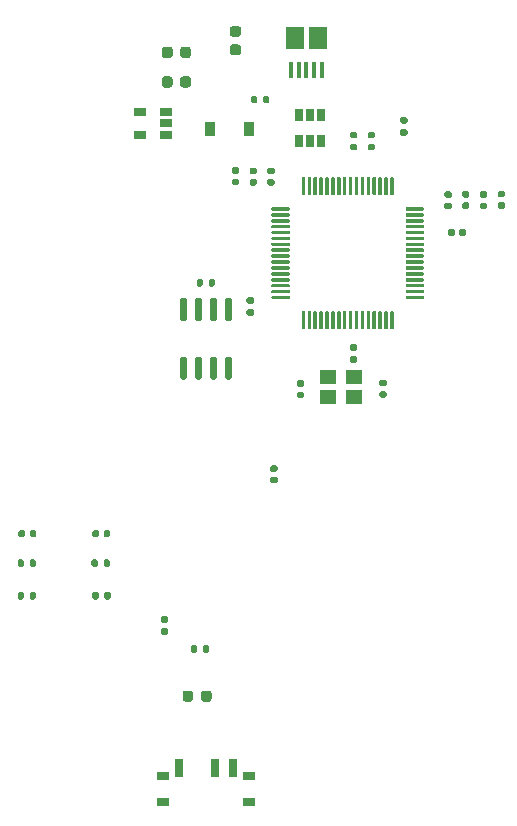
<source format=gbr>
%TF.GenerationSoftware,KiCad,Pcbnew,(5.1.10)-1*%
%TF.CreationDate,2021-11-12T17:46:38-08:00*%
%TF.ProjectId,mouse_proj,6d6f7573-655f-4707-926f-6a2e6b696361,rev?*%
%TF.SameCoordinates,Original*%
%TF.FileFunction,Paste,Top*%
%TF.FilePolarity,Positive*%
%FSLAX46Y46*%
G04 Gerber Fmt 4.6, Leading zero omitted, Abs format (unit mm)*
G04 Created by KiCad (PCBNEW (5.1.10)-1) date 2021-11-12 17:46:38*
%MOMM*%
%LPD*%
G01*
G04 APERTURE LIST*
%ADD10R,1.500000X1.900000*%
%ADD11R,0.400000X1.350000*%
%ADD12R,0.700000X1.500000*%
%ADD13R,1.000000X0.800000*%
%ADD14R,0.650000X1.060000*%
%ADD15R,0.900000X1.200000*%
%ADD16R,1.060000X0.650000*%
%ADD17R,1.400000X1.200000*%
G04 APERTURE END LIST*
%TO.C,U3*%
G36*
G01*
X216825000Y-77450000D02*
X216675000Y-77450000D01*
G75*
G02*
X216600000Y-77375000I0J75000D01*
G01*
X216600000Y-75975000D01*
G75*
G02*
X216675000Y-75900000I75000J0D01*
G01*
X216825000Y-75900000D01*
G75*
G02*
X216900000Y-75975000I0J-75000D01*
G01*
X216900000Y-77375000D01*
G75*
G02*
X216825000Y-77450000I-75000J0D01*
G01*
G37*
G36*
G01*
X217325000Y-77450000D02*
X217175000Y-77450000D01*
G75*
G02*
X217100000Y-77375000I0J75000D01*
G01*
X217100000Y-75975000D01*
G75*
G02*
X217175000Y-75900000I75000J0D01*
G01*
X217325000Y-75900000D01*
G75*
G02*
X217400000Y-75975000I0J-75000D01*
G01*
X217400000Y-77375000D01*
G75*
G02*
X217325000Y-77450000I-75000J0D01*
G01*
G37*
G36*
G01*
X217825000Y-77450000D02*
X217675000Y-77450000D01*
G75*
G02*
X217600000Y-77375000I0J75000D01*
G01*
X217600000Y-75975000D01*
G75*
G02*
X217675000Y-75900000I75000J0D01*
G01*
X217825000Y-75900000D01*
G75*
G02*
X217900000Y-75975000I0J-75000D01*
G01*
X217900000Y-77375000D01*
G75*
G02*
X217825000Y-77450000I-75000J0D01*
G01*
G37*
G36*
G01*
X218325000Y-77450000D02*
X218175000Y-77450000D01*
G75*
G02*
X218100000Y-77375000I0J75000D01*
G01*
X218100000Y-75975000D01*
G75*
G02*
X218175000Y-75900000I75000J0D01*
G01*
X218325000Y-75900000D01*
G75*
G02*
X218400000Y-75975000I0J-75000D01*
G01*
X218400000Y-77375000D01*
G75*
G02*
X218325000Y-77450000I-75000J0D01*
G01*
G37*
G36*
G01*
X218825000Y-77450000D02*
X218675000Y-77450000D01*
G75*
G02*
X218600000Y-77375000I0J75000D01*
G01*
X218600000Y-75975000D01*
G75*
G02*
X218675000Y-75900000I75000J0D01*
G01*
X218825000Y-75900000D01*
G75*
G02*
X218900000Y-75975000I0J-75000D01*
G01*
X218900000Y-77375000D01*
G75*
G02*
X218825000Y-77450000I-75000J0D01*
G01*
G37*
G36*
G01*
X219325000Y-77450000D02*
X219175000Y-77450000D01*
G75*
G02*
X219100000Y-77375000I0J75000D01*
G01*
X219100000Y-75975000D01*
G75*
G02*
X219175000Y-75900000I75000J0D01*
G01*
X219325000Y-75900000D01*
G75*
G02*
X219400000Y-75975000I0J-75000D01*
G01*
X219400000Y-77375000D01*
G75*
G02*
X219325000Y-77450000I-75000J0D01*
G01*
G37*
G36*
G01*
X219825000Y-77450000D02*
X219675000Y-77450000D01*
G75*
G02*
X219600000Y-77375000I0J75000D01*
G01*
X219600000Y-75975000D01*
G75*
G02*
X219675000Y-75900000I75000J0D01*
G01*
X219825000Y-75900000D01*
G75*
G02*
X219900000Y-75975000I0J-75000D01*
G01*
X219900000Y-77375000D01*
G75*
G02*
X219825000Y-77450000I-75000J0D01*
G01*
G37*
G36*
G01*
X220325000Y-77450000D02*
X220175000Y-77450000D01*
G75*
G02*
X220100000Y-77375000I0J75000D01*
G01*
X220100000Y-75975000D01*
G75*
G02*
X220175000Y-75900000I75000J0D01*
G01*
X220325000Y-75900000D01*
G75*
G02*
X220400000Y-75975000I0J-75000D01*
G01*
X220400000Y-77375000D01*
G75*
G02*
X220325000Y-77450000I-75000J0D01*
G01*
G37*
G36*
G01*
X220825000Y-77450000D02*
X220675000Y-77450000D01*
G75*
G02*
X220600000Y-77375000I0J75000D01*
G01*
X220600000Y-75975000D01*
G75*
G02*
X220675000Y-75900000I75000J0D01*
G01*
X220825000Y-75900000D01*
G75*
G02*
X220900000Y-75975000I0J-75000D01*
G01*
X220900000Y-77375000D01*
G75*
G02*
X220825000Y-77450000I-75000J0D01*
G01*
G37*
G36*
G01*
X221325000Y-77450000D02*
X221175000Y-77450000D01*
G75*
G02*
X221100000Y-77375000I0J75000D01*
G01*
X221100000Y-75975000D01*
G75*
G02*
X221175000Y-75900000I75000J0D01*
G01*
X221325000Y-75900000D01*
G75*
G02*
X221400000Y-75975000I0J-75000D01*
G01*
X221400000Y-77375000D01*
G75*
G02*
X221325000Y-77450000I-75000J0D01*
G01*
G37*
G36*
G01*
X221825000Y-77450000D02*
X221675000Y-77450000D01*
G75*
G02*
X221600000Y-77375000I0J75000D01*
G01*
X221600000Y-75975000D01*
G75*
G02*
X221675000Y-75900000I75000J0D01*
G01*
X221825000Y-75900000D01*
G75*
G02*
X221900000Y-75975000I0J-75000D01*
G01*
X221900000Y-77375000D01*
G75*
G02*
X221825000Y-77450000I-75000J0D01*
G01*
G37*
G36*
G01*
X222325000Y-77450000D02*
X222175000Y-77450000D01*
G75*
G02*
X222100000Y-77375000I0J75000D01*
G01*
X222100000Y-75975000D01*
G75*
G02*
X222175000Y-75900000I75000J0D01*
G01*
X222325000Y-75900000D01*
G75*
G02*
X222400000Y-75975000I0J-75000D01*
G01*
X222400000Y-77375000D01*
G75*
G02*
X222325000Y-77450000I-75000J0D01*
G01*
G37*
G36*
G01*
X222825000Y-77450000D02*
X222675000Y-77450000D01*
G75*
G02*
X222600000Y-77375000I0J75000D01*
G01*
X222600000Y-75975000D01*
G75*
G02*
X222675000Y-75900000I75000J0D01*
G01*
X222825000Y-75900000D01*
G75*
G02*
X222900000Y-75975000I0J-75000D01*
G01*
X222900000Y-77375000D01*
G75*
G02*
X222825000Y-77450000I-75000J0D01*
G01*
G37*
G36*
G01*
X223325000Y-77450000D02*
X223175000Y-77450000D01*
G75*
G02*
X223100000Y-77375000I0J75000D01*
G01*
X223100000Y-75975000D01*
G75*
G02*
X223175000Y-75900000I75000J0D01*
G01*
X223325000Y-75900000D01*
G75*
G02*
X223400000Y-75975000I0J-75000D01*
G01*
X223400000Y-77375000D01*
G75*
G02*
X223325000Y-77450000I-75000J0D01*
G01*
G37*
G36*
G01*
X223825000Y-77450000D02*
X223675000Y-77450000D01*
G75*
G02*
X223600000Y-77375000I0J75000D01*
G01*
X223600000Y-75975000D01*
G75*
G02*
X223675000Y-75900000I75000J0D01*
G01*
X223825000Y-75900000D01*
G75*
G02*
X223900000Y-75975000I0J-75000D01*
G01*
X223900000Y-77375000D01*
G75*
G02*
X223825000Y-77450000I-75000J0D01*
G01*
G37*
G36*
G01*
X224325000Y-77450000D02*
X224175000Y-77450000D01*
G75*
G02*
X224100000Y-77375000I0J75000D01*
G01*
X224100000Y-75975000D01*
G75*
G02*
X224175000Y-75900000I75000J0D01*
G01*
X224325000Y-75900000D01*
G75*
G02*
X224400000Y-75975000I0J-75000D01*
G01*
X224400000Y-77375000D01*
G75*
G02*
X224325000Y-77450000I-75000J0D01*
G01*
G37*
G36*
G01*
X226875000Y-74900000D02*
X225475000Y-74900000D01*
G75*
G02*
X225400000Y-74825000I0J75000D01*
G01*
X225400000Y-74675000D01*
G75*
G02*
X225475000Y-74600000I75000J0D01*
G01*
X226875000Y-74600000D01*
G75*
G02*
X226950000Y-74675000I0J-75000D01*
G01*
X226950000Y-74825000D01*
G75*
G02*
X226875000Y-74900000I-75000J0D01*
G01*
G37*
G36*
G01*
X226875000Y-74400000D02*
X225475000Y-74400000D01*
G75*
G02*
X225400000Y-74325000I0J75000D01*
G01*
X225400000Y-74175000D01*
G75*
G02*
X225475000Y-74100000I75000J0D01*
G01*
X226875000Y-74100000D01*
G75*
G02*
X226950000Y-74175000I0J-75000D01*
G01*
X226950000Y-74325000D01*
G75*
G02*
X226875000Y-74400000I-75000J0D01*
G01*
G37*
G36*
G01*
X226875000Y-73900000D02*
X225475000Y-73900000D01*
G75*
G02*
X225400000Y-73825000I0J75000D01*
G01*
X225400000Y-73675000D01*
G75*
G02*
X225475000Y-73600000I75000J0D01*
G01*
X226875000Y-73600000D01*
G75*
G02*
X226950000Y-73675000I0J-75000D01*
G01*
X226950000Y-73825000D01*
G75*
G02*
X226875000Y-73900000I-75000J0D01*
G01*
G37*
G36*
G01*
X226875000Y-73400000D02*
X225475000Y-73400000D01*
G75*
G02*
X225400000Y-73325000I0J75000D01*
G01*
X225400000Y-73175000D01*
G75*
G02*
X225475000Y-73100000I75000J0D01*
G01*
X226875000Y-73100000D01*
G75*
G02*
X226950000Y-73175000I0J-75000D01*
G01*
X226950000Y-73325000D01*
G75*
G02*
X226875000Y-73400000I-75000J0D01*
G01*
G37*
G36*
G01*
X226875000Y-72900000D02*
X225475000Y-72900000D01*
G75*
G02*
X225400000Y-72825000I0J75000D01*
G01*
X225400000Y-72675000D01*
G75*
G02*
X225475000Y-72600000I75000J0D01*
G01*
X226875000Y-72600000D01*
G75*
G02*
X226950000Y-72675000I0J-75000D01*
G01*
X226950000Y-72825000D01*
G75*
G02*
X226875000Y-72900000I-75000J0D01*
G01*
G37*
G36*
G01*
X226875000Y-72400000D02*
X225475000Y-72400000D01*
G75*
G02*
X225400000Y-72325000I0J75000D01*
G01*
X225400000Y-72175000D01*
G75*
G02*
X225475000Y-72100000I75000J0D01*
G01*
X226875000Y-72100000D01*
G75*
G02*
X226950000Y-72175000I0J-75000D01*
G01*
X226950000Y-72325000D01*
G75*
G02*
X226875000Y-72400000I-75000J0D01*
G01*
G37*
G36*
G01*
X226875000Y-71900000D02*
X225475000Y-71900000D01*
G75*
G02*
X225400000Y-71825000I0J75000D01*
G01*
X225400000Y-71675000D01*
G75*
G02*
X225475000Y-71600000I75000J0D01*
G01*
X226875000Y-71600000D01*
G75*
G02*
X226950000Y-71675000I0J-75000D01*
G01*
X226950000Y-71825000D01*
G75*
G02*
X226875000Y-71900000I-75000J0D01*
G01*
G37*
G36*
G01*
X226875000Y-71400000D02*
X225475000Y-71400000D01*
G75*
G02*
X225400000Y-71325000I0J75000D01*
G01*
X225400000Y-71175000D01*
G75*
G02*
X225475000Y-71100000I75000J0D01*
G01*
X226875000Y-71100000D01*
G75*
G02*
X226950000Y-71175000I0J-75000D01*
G01*
X226950000Y-71325000D01*
G75*
G02*
X226875000Y-71400000I-75000J0D01*
G01*
G37*
G36*
G01*
X226875000Y-70900000D02*
X225475000Y-70900000D01*
G75*
G02*
X225400000Y-70825000I0J75000D01*
G01*
X225400000Y-70675000D01*
G75*
G02*
X225475000Y-70600000I75000J0D01*
G01*
X226875000Y-70600000D01*
G75*
G02*
X226950000Y-70675000I0J-75000D01*
G01*
X226950000Y-70825000D01*
G75*
G02*
X226875000Y-70900000I-75000J0D01*
G01*
G37*
G36*
G01*
X226875000Y-70400000D02*
X225475000Y-70400000D01*
G75*
G02*
X225400000Y-70325000I0J75000D01*
G01*
X225400000Y-70175000D01*
G75*
G02*
X225475000Y-70100000I75000J0D01*
G01*
X226875000Y-70100000D01*
G75*
G02*
X226950000Y-70175000I0J-75000D01*
G01*
X226950000Y-70325000D01*
G75*
G02*
X226875000Y-70400000I-75000J0D01*
G01*
G37*
G36*
G01*
X226875000Y-69900000D02*
X225475000Y-69900000D01*
G75*
G02*
X225400000Y-69825000I0J75000D01*
G01*
X225400000Y-69675000D01*
G75*
G02*
X225475000Y-69600000I75000J0D01*
G01*
X226875000Y-69600000D01*
G75*
G02*
X226950000Y-69675000I0J-75000D01*
G01*
X226950000Y-69825000D01*
G75*
G02*
X226875000Y-69900000I-75000J0D01*
G01*
G37*
G36*
G01*
X226875000Y-69400000D02*
X225475000Y-69400000D01*
G75*
G02*
X225400000Y-69325000I0J75000D01*
G01*
X225400000Y-69175000D01*
G75*
G02*
X225475000Y-69100000I75000J0D01*
G01*
X226875000Y-69100000D01*
G75*
G02*
X226950000Y-69175000I0J-75000D01*
G01*
X226950000Y-69325000D01*
G75*
G02*
X226875000Y-69400000I-75000J0D01*
G01*
G37*
G36*
G01*
X226875000Y-68900000D02*
X225475000Y-68900000D01*
G75*
G02*
X225400000Y-68825000I0J75000D01*
G01*
X225400000Y-68675000D01*
G75*
G02*
X225475000Y-68600000I75000J0D01*
G01*
X226875000Y-68600000D01*
G75*
G02*
X226950000Y-68675000I0J-75000D01*
G01*
X226950000Y-68825000D01*
G75*
G02*
X226875000Y-68900000I-75000J0D01*
G01*
G37*
G36*
G01*
X226875000Y-68400000D02*
X225475000Y-68400000D01*
G75*
G02*
X225400000Y-68325000I0J75000D01*
G01*
X225400000Y-68175000D01*
G75*
G02*
X225475000Y-68100000I75000J0D01*
G01*
X226875000Y-68100000D01*
G75*
G02*
X226950000Y-68175000I0J-75000D01*
G01*
X226950000Y-68325000D01*
G75*
G02*
X226875000Y-68400000I-75000J0D01*
G01*
G37*
G36*
G01*
X226875000Y-67900000D02*
X225475000Y-67900000D01*
G75*
G02*
X225400000Y-67825000I0J75000D01*
G01*
X225400000Y-67675000D01*
G75*
G02*
X225475000Y-67600000I75000J0D01*
G01*
X226875000Y-67600000D01*
G75*
G02*
X226950000Y-67675000I0J-75000D01*
G01*
X226950000Y-67825000D01*
G75*
G02*
X226875000Y-67900000I-75000J0D01*
G01*
G37*
G36*
G01*
X226875000Y-67400000D02*
X225475000Y-67400000D01*
G75*
G02*
X225400000Y-67325000I0J75000D01*
G01*
X225400000Y-67175000D01*
G75*
G02*
X225475000Y-67100000I75000J0D01*
G01*
X226875000Y-67100000D01*
G75*
G02*
X226950000Y-67175000I0J-75000D01*
G01*
X226950000Y-67325000D01*
G75*
G02*
X226875000Y-67400000I-75000J0D01*
G01*
G37*
G36*
G01*
X224325000Y-66100000D02*
X224175000Y-66100000D01*
G75*
G02*
X224100000Y-66025000I0J75000D01*
G01*
X224100000Y-64625000D01*
G75*
G02*
X224175000Y-64550000I75000J0D01*
G01*
X224325000Y-64550000D01*
G75*
G02*
X224400000Y-64625000I0J-75000D01*
G01*
X224400000Y-66025000D01*
G75*
G02*
X224325000Y-66100000I-75000J0D01*
G01*
G37*
G36*
G01*
X223825000Y-66100000D02*
X223675000Y-66100000D01*
G75*
G02*
X223600000Y-66025000I0J75000D01*
G01*
X223600000Y-64625000D01*
G75*
G02*
X223675000Y-64550000I75000J0D01*
G01*
X223825000Y-64550000D01*
G75*
G02*
X223900000Y-64625000I0J-75000D01*
G01*
X223900000Y-66025000D01*
G75*
G02*
X223825000Y-66100000I-75000J0D01*
G01*
G37*
G36*
G01*
X223325000Y-66100000D02*
X223175000Y-66100000D01*
G75*
G02*
X223100000Y-66025000I0J75000D01*
G01*
X223100000Y-64625000D01*
G75*
G02*
X223175000Y-64550000I75000J0D01*
G01*
X223325000Y-64550000D01*
G75*
G02*
X223400000Y-64625000I0J-75000D01*
G01*
X223400000Y-66025000D01*
G75*
G02*
X223325000Y-66100000I-75000J0D01*
G01*
G37*
G36*
G01*
X222825000Y-66100000D02*
X222675000Y-66100000D01*
G75*
G02*
X222600000Y-66025000I0J75000D01*
G01*
X222600000Y-64625000D01*
G75*
G02*
X222675000Y-64550000I75000J0D01*
G01*
X222825000Y-64550000D01*
G75*
G02*
X222900000Y-64625000I0J-75000D01*
G01*
X222900000Y-66025000D01*
G75*
G02*
X222825000Y-66100000I-75000J0D01*
G01*
G37*
G36*
G01*
X222325000Y-66100000D02*
X222175000Y-66100000D01*
G75*
G02*
X222100000Y-66025000I0J75000D01*
G01*
X222100000Y-64625000D01*
G75*
G02*
X222175000Y-64550000I75000J0D01*
G01*
X222325000Y-64550000D01*
G75*
G02*
X222400000Y-64625000I0J-75000D01*
G01*
X222400000Y-66025000D01*
G75*
G02*
X222325000Y-66100000I-75000J0D01*
G01*
G37*
G36*
G01*
X221825000Y-66100000D02*
X221675000Y-66100000D01*
G75*
G02*
X221600000Y-66025000I0J75000D01*
G01*
X221600000Y-64625000D01*
G75*
G02*
X221675000Y-64550000I75000J0D01*
G01*
X221825000Y-64550000D01*
G75*
G02*
X221900000Y-64625000I0J-75000D01*
G01*
X221900000Y-66025000D01*
G75*
G02*
X221825000Y-66100000I-75000J0D01*
G01*
G37*
G36*
G01*
X221325000Y-66100000D02*
X221175000Y-66100000D01*
G75*
G02*
X221100000Y-66025000I0J75000D01*
G01*
X221100000Y-64625000D01*
G75*
G02*
X221175000Y-64550000I75000J0D01*
G01*
X221325000Y-64550000D01*
G75*
G02*
X221400000Y-64625000I0J-75000D01*
G01*
X221400000Y-66025000D01*
G75*
G02*
X221325000Y-66100000I-75000J0D01*
G01*
G37*
G36*
G01*
X220825000Y-66100000D02*
X220675000Y-66100000D01*
G75*
G02*
X220600000Y-66025000I0J75000D01*
G01*
X220600000Y-64625000D01*
G75*
G02*
X220675000Y-64550000I75000J0D01*
G01*
X220825000Y-64550000D01*
G75*
G02*
X220900000Y-64625000I0J-75000D01*
G01*
X220900000Y-66025000D01*
G75*
G02*
X220825000Y-66100000I-75000J0D01*
G01*
G37*
G36*
G01*
X220325000Y-66100000D02*
X220175000Y-66100000D01*
G75*
G02*
X220100000Y-66025000I0J75000D01*
G01*
X220100000Y-64625000D01*
G75*
G02*
X220175000Y-64550000I75000J0D01*
G01*
X220325000Y-64550000D01*
G75*
G02*
X220400000Y-64625000I0J-75000D01*
G01*
X220400000Y-66025000D01*
G75*
G02*
X220325000Y-66100000I-75000J0D01*
G01*
G37*
G36*
G01*
X219825000Y-66100000D02*
X219675000Y-66100000D01*
G75*
G02*
X219600000Y-66025000I0J75000D01*
G01*
X219600000Y-64625000D01*
G75*
G02*
X219675000Y-64550000I75000J0D01*
G01*
X219825000Y-64550000D01*
G75*
G02*
X219900000Y-64625000I0J-75000D01*
G01*
X219900000Y-66025000D01*
G75*
G02*
X219825000Y-66100000I-75000J0D01*
G01*
G37*
G36*
G01*
X219325000Y-66100000D02*
X219175000Y-66100000D01*
G75*
G02*
X219100000Y-66025000I0J75000D01*
G01*
X219100000Y-64625000D01*
G75*
G02*
X219175000Y-64550000I75000J0D01*
G01*
X219325000Y-64550000D01*
G75*
G02*
X219400000Y-64625000I0J-75000D01*
G01*
X219400000Y-66025000D01*
G75*
G02*
X219325000Y-66100000I-75000J0D01*
G01*
G37*
G36*
G01*
X218825000Y-66100000D02*
X218675000Y-66100000D01*
G75*
G02*
X218600000Y-66025000I0J75000D01*
G01*
X218600000Y-64625000D01*
G75*
G02*
X218675000Y-64550000I75000J0D01*
G01*
X218825000Y-64550000D01*
G75*
G02*
X218900000Y-64625000I0J-75000D01*
G01*
X218900000Y-66025000D01*
G75*
G02*
X218825000Y-66100000I-75000J0D01*
G01*
G37*
G36*
G01*
X218325000Y-66100000D02*
X218175000Y-66100000D01*
G75*
G02*
X218100000Y-66025000I0J75000D01*
G01*
X218100000Y-64625000D01*
G75*
G02*
X218175000Y-64550000I75000J0D01*
G01*
X218325000Y-64550000D01*
G75*
G02*
X218400000Y-64625000I0J-75000D01*
G01*
X218400000Y-66025000D01*
G75*
G02*
X218325000Y-66100000I-75000J0D01*
G01*
G37*
G36*
G01*
X217825000Y-66100000D02*
X217675000Y-66100000D01*
G75*
G02*
X217600000Y-66025000I0J75000D01*
G01*
X217600000Y-64625000D01*
G75*
G02*
X217675000Y-64550000I75000J0D01*
G01*
X217825000Y-64550000D01*
G75*
G02*
X217900000Y-64625000I0J-75000D01*
G01*
X217900000Y-66025000D01*
G75*
G02*
X217825000Y-66100000I-75000J0D01*
G01*
G37*
G36*
G01*
X217325000Y-66100000D02*
X217175000Y-66100000D01*
G75*
G02*
X217100000Y-66025000I0J75000D01*
G01*
X217100000Y-64625000D01*
G75*
G02*
X217175000Y-64550000I75000J0D01*
G01*
X217325000Y-64550000D01*
G75*
G02*
X217400000Y-64625000I0J-75000D01*
G01*
X217400000Y-66025000D01*
G75*
G02*
X217325000Y-66100000I-75000J0D01*
G01*
G37*
G36*
G01*
X216825000Y-66100000D02*
X216675000Y-66100000D01*
G75*
G02*
X216600000Y-66025000I0J75000D01*
G01*
X216600000Y-64625000D01*
G75*
G02*
X216675000Y-64550000I75000J0D01*
G01*
X216825000Y-64550000D01*
G75*
G02*
X216900000Y-64625000I0J-75000D01*
G01*
X216900000Y-66025000D01*
G75*
G02*
X216825000Y-66100000I-75000J0D01*
G01*
G37*
G36*
G01*
X215525000Y-67400000D02*
X214125000Y-67400000D01*
G75*
G02*
X214050000Y-67325000I0J75000D01*
G01*
X214050000Y-67175000D01*
G75*
G02*
X214125000Y-67100000I75000J0D01*
G01*
X215525000Y-67100000D01*
G75*
G02*
X215600000Y-67175000I0J-75000D01*
G01*
X215600000Y-67325000D01*
G75*
G02*
X215525000Y-67400000I-75000J0D01*
G01*
G37*
G36*
G01*
X215525000Y-67900000D02*
X214125000Y-67900000D01*
G75*
G02*
X214050000Y-67825000I0J75000D01*
G01*
X214050000Y-67675000D01*
G75*
G02*
X214125000Y-67600000I75000J0D01*
G01*
X215525000Y-67600000D01*
G75*
G02*
X215600000Y-67675000I0J-75000D01*
G01*
X215600000Y-67825000D01*
G75*
G02*
X215525000Y-67900000I-75000J0D01*
G01*
G37*
G36*
G01*
X215525000Y-68400000D02*
X214125000Y-68400000D01*
G75*
G02*
X214050000Y-68325000I0J75000D01*
G01*
X214050000Y-68175000D01*
G75*
G02*
X214125000Y-68100000I75000J0D01*
G01*
X215525000Y-68100000D01*
G75*
G02*
X215600000Y-68175000I0J-75000D01*
G01*
X215600000Y-68325000D01*
G75*
G02*
X215525000Y-68400000I-75000J0D01*
G01*
G37*
G36*
G01*
X215525000Y-68900000D02*
X214125000Y-68900000D01*
G75*
G02*
X214050000Y-68825000I0J75000D01*
G01*
X214050000Y-68675000D01*
G75*
G02*
X214125000Y-68600000I75000J0D01*
G01*
X215525000Y-68600000D01*
G75*
G02*
X215600000Y-68675000I0J-75000D01*
G01*
X215600000Y-68825000D01*
G75*
G02*
X215525000Y-68900000I-75000J0D01*
G01*
G37*
G36*
G01*
X215525000Y-69400000D02*
X214125000Y-69400000D01*
G75*
G02*
X214050000Y-69325000I0J75000D01*
G01*
X214050000Y-69175000D01*
G75*
G02*
X214125000Y-69100000I75000J0D01*
G01*
X215525000Y-69100000D01*
G75*
G02*
X215600000Y-69175000I0J-75000D01*
G01*
X215600000Y-69325000D01*
G75*
G02*
X215525000Y-69400000I-75000J0D01*
G01*
G37*
G36*
G01*
X215525000Y-69900000D02*
X214125000Y-69900000D01*
G75*
G02*
X214050000Y-69825000I0J75000D01*
G01*
X214050000Y-69675000D01*
G75*
G02*
X214125000Y-69600000I75000J0D01*
G01*
X215525000Y-69600000D01*
G75*
G02*
X215600000Y-69675000I0J-75000D01*
G01*
X215600000Y-69825000D01*
G75*
G02*
X215525000Y-69900000I-75000J0D01*
G01*
G37*
G36*
G01*
X215525000Y-70400000D02*
X214125000Y-70400000D01*
G75*
G02*
X214050000Y-70325000I0J75000D01*
G01*
X214050000Y-70175000D01*
G75*
G02*
X214125000Y-70100000I75000J0D01*
G01*
X215525000Y-70100000D01*
G75*
G02*
X215600000Y-70175000I0J-75000D01*
G01*
X215600000Y-70325000D01*
G75*
G02*
X215525000Y-70400000I-75000J0D01*
G01*
G37*
G36*
G01*
X215525000Y-70900000D02*
X214125000Y-70900000D01*
G75*
G02*
X214050000Y-70825000I0J75000D01*
G01*
X214050000Y-70675000D01*
G75*
G02*
X214125000Y-70600000I75000J0D01*
G01*
X215525000Y-70600000D01*
G75*
G02*
X215600000Y-70675000I0J-75000D01*
G01*
X215600000Y-70825000D01*
G75*
G02*
X215525000Y-70900000I-75000J0D01*
G01*
G37*
G36*
G01*
X215525000Y-71400000D02*
X214125000Y-71400000D01*
G75*
G02*
X214050000Y-71325000I0J75000D01*
G01*
X214050000Y-71175000D01*
G75*
G02*
X214125000Y-71100000I75000J0D01*
G01*
X215525000Y-71100000D01*
G75*
G02*
X215600000Y-71175000I0J-75000D01*
G01*
X215600000Y-71325000D01*
G75*
G02*
X215525000Y-71400000I-75000J0D01*
G01*
G37*
G36*
G01*
X215525000Y-71900000D02*
X214125000Y-71900000D01*
G75*
G02*
X214050000Y-71825000I0J75000D01*
G01*
X214050000Y-71675000D01*
G75*
G02*
X214125000Y-71600000I75000J0D01*
G01*
X215525000Y-71600000D01*
G75*
G02*
X215600000Y-71675000I0J-75000D01*
G01*
X215600000Y-71825000D01*
G75*
G02*
X215525000Y-71900000I-75000J0D01*
G01*
G37*
G36*
G01*
X215525000Y-72400000D02*
X214125000Y-72400000D01*
G75*
G02*
X214050000Y-72325000I0J75000D01*
G01*
X214050000Y-72175000D01*
G75*
G02*
X214125000Y-72100000I75000J0D01*
G01*
X215525000Y-72100000D01*
G75*
G02*
X215600000Y-72175000I0J-75000D01*
G01*
X215600000Y-72325000D01*
G75*
G02*
X215525000Y-72400000I-75000J0D01*
G01*
G37*
G36*
G01*
X215525000Y-72900000D02*
X214125000Y-72900000D01*
G75*
G02*
X214050000Y-72825000I0J75000D01*
G01*
X214050000Y-72675000D01*
G75*
G02*
X214125000Y-72600000I75000J0D01*
G01*
X215525000Y-72600000D01*
G75*
G02*
X215600000Y-72675000I0J-75000D01*
G01*
X215600000Y-72825000D01*
G75*
G02*
X215525000Y-72900000I-75000J0D01*
G01*
G37*
G36*
G01*
X215525000Y-73400000D02*
X214125000Y-73400000D01*
G75*
G02*
X214050000Y-73325000I0J75000D01*
G01*
X214050000Y-73175000D01*
G75*
G02*
X214125000Y-73100000I75000J0D01*
G01*
X215525000Y-73100000D01*
G75*
G02*
X215600000Y-73175000I0J-75000D01*
G01*
X215600000Y-73325000D01*
G75*
G02*
X215525000Y-73400000I-75000J0D01*
G01*
G37*
G36*
G01*
X215525000Y-73900000D02*
X214125000Y-73900000D01*
G75*
G02*
X214050000Y-73825000I0J75000D01*
G01*
X214050000Y-73675000D01*
G75*
G02*
X214125000Y-73600000I75000J0D01*
G01*
X215525000Y-73600000D01*
G75*
G02*
X215600000Y-73675000I0J-75000D01*
G01*
X215600000Y-73825000D01*
G75*
G02*
X215525000Y-73900000I-75000J0D01*
G01*
G37*
G36*
G01*
X215525000Y-74400000D02*
X214125000Y-74400000D01*
G75*
G02*
X214050000Y-74325000I0J75000D01*
G01*
X214050000Y-74175000D01*
G75*
G02*
X214125000Y-74100000I75000J0D01*
G01*
X215525000Y-74100000D01*
G75*
G02*
X215600000Y-74175000I0J-75000D01*
G01*
X215600000Y-74325000D01*
G75*
G02*
X215525000Y-74400000I-75000J0D01*
G01*
G37*
G36*
G01*
X215525000Y-74900000D02*
X214125000Y-74900000D01*
G75*
G02*
X214050000Y-74825000I0J75000D01*
G01*
X214050000Y-74675000D01*
G75*
G02*
X214125000Y-74600000I75000J0D01*
G01*
X215525000Y-74600000D01*
G75*
G02*
X215600000Y-74675000I0J-75000D01*
G01*
X215600000Y-74825000D01*
G75*
G02*
X215525000Y-74900000I-75000J0D01*
G01*
G37*
%TD*%
%TO.C,C14*%
G36*
G01*
X230330000Y-66700000D02*
X230670000Y-66700000D01*
G75*
G02*
X230810000Y-66840000I0J-140000D01*
G01*
X230810000Y-67120000D01*
G75*
G02*
X230670000Y-67260000I-140000J0D01*
G01*
X230330000Y-67260000D01*
G75*
G02*
X230190000Y-67120000I0J140000D01*
G01*
X230190000Y-66840000D01*
G75*
G02*
X230330000Y-66700000I140000J0D01*
G01*
G37*
G36*
G01*
X230330000Y-65740000D02*
X230670000Y-65740000D01*
G75*
G02*
X230810000Y-65880000I0J-140000D01*
G01*
X230810000Y-66160000D01*
G75*
G02*
X230670000Y-66300000I-140000J0D01*
G01*
X230330000Y-66300000D01*
G75*
G02*
X230190000Y-66160000I0J140000D01*
G01*
X230190000Y-65880000D01*
G75*
G02*
X230330000Y-65740000I140000J0D01*
G01*
G37*
%TD*%
%TO.C,C11*%
G36*
G01*
X231830000Y-65760000D02*
X232170000Y-65760000D01*
G75*
G02*
X232310000Y-65900000I0J-140000D01*
G01*
X232310000Y-66180000D01*
G75*
G02*
X232170000Y-66320000I-140000J0D01*
G01*
X231830000Y-66320000D01*
G75*
G02*
X231690000Y-66180000I0J140000D01*
G01*
X231690000Y-65900000D01*
G75*
G02*
X231830000Y-65760000I140000J0D01*
G01*
G37*
G36*
G01*
X231830000Y-66720000D02*
X232170000Y-66720000D01*
G75*
G02*
X232310000Y-66860000I0J-140000D01*
G01*
X232310000Y-67140000D01*
G75*
G02*
X232170000Y-67280000I-140000J0D01*
G01*
X231830000Y-67280000D01*
G75*
G02*
X231690000Y-67140000I0J140000D01*
G01*
X231690000Y-66860000D01*
G75*
G02*
X231830000Y-66720000I140000J0D01*
G01*
G37*
%TD*%
%TO.C,C12*%
G36*
G01*
X233330000Y-66680000D02*
X233670000Y-66680000D01*
G75*
G02*
X233810000Y-66820000I0J-140000D01*
G01*
X233810000Y-67100000D01*
G75*
G02*
X233670000Y-67240000I-140000J0D01*
G01*
X233330000Y-67240000D01*
G75*
G02*
X233190000Y-67100000I0J140000D01*
G01*
X233190000Y-66820000D01*
G75*
G02*
X233330000Y-66680000I140000J0D01*
G01*
G37*
G36*
G01*
X233330000Y-65720000D02*
X233670000Y-65720000D01*
G75*
G02*
X233810000Y-65860000I0J-140000D01*
G01*
X233810000Y-66140000D01*
G75*
G02*
X233670000Y-66280000I-140000J0D01*
G01*
X233330000Y-66280000D01*
G75*
G02*
X233190000Y-66140000I0J140000D01*
G01*
X233190000Y-65860000D01*
G75*
G02*
X233330000Y-65720000I140000J0D01*
G01*
G37*
%TD*%
%TO.C,C13*%
G36*
G01*
X211170000Y-65240000D02*
X210830000Y-65240000D01*
G75*
G02*
X210690000Y-65100000I0J140000D01*
G01*
X210690000Y-64820000D01*
G75*
G02*
X210830000Y-64680000I140000J0D01*
G01*
X211170000Y-64680000D01*
G75*
G02*
X211310000Y-64820000I0J-140000D01*
G01*
X211310000Y-65100000D01*
G75*
G02*
X211170000Y-65240000I-140000J0D01*
G01*
G37*
G36*
G01*
X211170000Y-64280000D02*
X210830000Y-64280000D01*
G75*
G02*
X210690000Y-64140000I0J140000D01*
G01*
X210690000Y-63860000D01*
G75*
G02*
X210830000Y-63720000I140000J0D01*
G01*
X211170000Y-63720000D01*
G75*
G02*
X211310000Y-63860000I0J-140000D01*
G01*
X211310000Y-64140000D01*
G75*
G02*
X211170000Y-64280000I-140000J0D01*
G01*
G37*
%TD*%
%TO.C,C9*%
G36*
G01*
X212670000Y-65280000D02*
X212330000Y-65280000D01*
G75*
G02*
X212190000Y-65140000I0J140000D01*
G01*
X212190000Y-64860000D01*
G75*
G02*
X212330000Y-64720000I140000J0D01*
G01*
X212670000Y-64720000D01*
G75*
G02*
X212810000Y-64860000I0J-140000D01*
G01*
X212810000Y-65140000D01*
G75*
G02*
X212670000Y-65280000I-140000J0D01*
G01*
G37*
G36*
G01*
X212670000Y-64320000D02*
X212330000Y-64320000D01*
G75*
G02*
X212190000Y-64180000I0J140000D01*
G01*
X212190000Y-63900000D01*
G75*
G02*
X212330000Y-63760000I140000J0D01*
G01*
X212670000Y-63760000D01*
G75*
G02*
X212810000Y-63900000I0J-140000D01*
G01*
X212810000Y-64180000D01*
G75*
G02*
X212670000Y-64320000I-140000J0D01*
G01*
G37*
%TD*%
%TO.C,C10*%
G36*
G01*
X214170000Y-64320000D02*
X213830000Y-64320000D01*
G75*
G02*
X213690000Y-64180000I0J140000D01*
G01*
X213690000Y-63900000D01*
G75*
G02*
X213830000Y-63760000I140000J0D01*
G01*
X214170000Y-63760000D01*
G75*
G02*
X214310000Y-63900000I0J-140000D01*
G01*
X214310000Y-64180000D01*
G75*
G02*
X214170000Y-64320000I-140000J0D01*
G01*
G37*
G36*
G01*
X214170000Y-65280000D02*
X213830000Y-65280000D01*
G75*
G02*
X213690000Y-65140000I0J140000D01*
G01*
X213690000Y-64860000D01*
G75*
G02*
X213830000Y-64720000I140000J0D01*
G01*
X214170000Y-64720000D01*
G75*
G02*
X214310000Y-64860000I0J-140000D01*
G01*
X214310000Y-65140000D01*
G75*
G02*
X214170000Y-65280000I-140000J0D01*
G01*
G37*
%TD*%
%TO.C,C7*%
G36*
G01*
X228830000Y-65760000D02*
X229170000Y-65760000D01*
G75*
G02*
X229310000Y-65900000I0J-140000D01*
G01*
X229310000Y-66180000D01*
G75*
G02*
X229170000Y-66320000I-140000J0D01*
G01*
X228830000Y-66320000D01*
G75*
G02*
X228690000Y-66180000I0J140000D01*
G01*
X228690000Y-65900000D01*
G75*
G02*
X228830000Y-65760000I140000J0D01*
G01*
G37*
G36*
G01*
X228830000Y-66720000D02*
X229170000Y-66720000D01*
G75*
G02*
X229310000Y-66860000I0J-140000D01*
G01*
X229310000Y-67140000D01*
G75*
G02*
X229170000Y-67280000I-140000J0D01*
G01*
X228830000Y-67280000D01*
G75*
G02*
X228690000Y-67140000I0J140000D01*
G01*
X228690000Y-66860000D01*
G75*
G02*
X228830000Y-66720000I140000J0D01*
G01*
G37*
%TD*%
D10*
%TO.C,J1*%
X216000000Y-52762500D03*
D11*
X217650000Y-55462500D03*
X218300000Y-55462500D03*
X215700000Y-55462500D03*
X216350000Y-55462500D03*
X217000000Y-55462500D03*
D10*
X218000000Y-52762500D03*
%TD*%
D12*
%TO.C,SW1*%
X206250000Y-114570000D03*
X209250000Y-114570000D03*
X210750000Y-114570000D03*
D13*
X204850000Y-117430000D03*
X212150000Y-117430000D03*
X212150000Y-115220000D03*
X204850000Y-115220000D03*
%TD*%
D14*
%TO.C,U1*%
X216375000Y-61525000D03*
X217325000Y-61525000D03*
X218275000Y-61525000D03*
X218275000Y-59325000D03*
X216375000Y-59325000D03*
X217325000Y-59325000D03*
%TD*%
%TO.C,C1*%
G36*
G01*
X216670000Y-82320000D02*
X216330000Y-82320000D01*
G75*
G02*
X216190000Y-82180000I0J140000D01*
G01*
X216190000Y-81900000D01*
G75*
G02*
X216330000Y-81760000I140000J0D01*
G01*
X216670000Y-81760000D01*
G75*
G02*
X216810000Y-81900000I0J-140000D01*
G01*
X216810000Y-82180000D01*
G75*
G02*
X216670000Y-82320000I-140000J0D01*
G01*
G37*
G36*
G01*
X216670000Y-83280000D02*
X216330000Y-83280000D01*
G75*
G02*
X216190000Y-83140000I0J140000D01*
G01*
X216190000Y-82860000D01*
G75*
G02*
X216330000Y-82720000I140000J0D01*
G01*
X216670000Y-82720000D01*
G75*
G02*
X216810000Y-82860000I0J-140000D01*
G01*
X216810000Y-83140000D01*
G75*
G02*
X216670000Y-83280000I-140000J0D01*
G01*
G37*
%TD*%
%TO.C,C2*%
G36*
G01*
X223330000Y-81720000D02*
X223670000Y-81720000D01*
G75*
G02*
X223810000Y-81860000I0J-140000D01*
G01*
X223810000Y-82140000D01*
G75*
G02*
X223670000Y-82280000I-140000J0D01*
G01*
X223330000Y-82280000D01*
G75*
G02*
X223190000Y-82140000I0J140000D01*
G01*
X223190000Y-81860000D01*
G75*
G02*
X223330000Y-81720000I140000J0D01*
G01*
G37*
G36*
G01*
X223330000Y-82680000D02*
X223670000Y-82680000D01*
G75*
G02*
X223810000Y-82820000I0J-140000D01*
G01*
X223810000Y-83100000D01*
G75*
G02*
X223670000Y-83240000I-140000J0D01*
G01*
X223330000Y-83240000D01*
G75*
G02*
X223190000Y-83100000I0J140000D01*
G01*
X223190000Y-82820000D01*
G75*
G02*
X223330000Y-82680000I140000J0D01*
G01*
G37*
%TD*%
%TO.C,C3*%
G36*
G01*
X211250000Y-54225000D02*
X210750000Y-54225000D01*
G75*
G02*
X210525000Y-54000000I0J225000D01*
G01*
X210525000Y-53550000D01*
G75*
G02*
X210750000Y-53325000I225000J0D01*
G01*
X211250000Y-53325000D01*
G75*
G02*
X211475000Y-53550000I0J-225000D01*
G01*
X211475000Y-54000000D01*
G75*
G02*
X211250000Y-54225000I-225000J0D01*
G01*
G37*
G36*
G01*
X211250000Y-52675000D02*
X210750000Y-52675000D01*
G75*
G02*
X210525000Y-52450000I0J225000D01*
G01*
X210525000Y-52000000D01*
G75*
G02*
X210750000Y-51775000I225000J0D01*
G01*
X211250000Y-51775000D01*
G75*
G02*
X211475000Y-52000000I0J-225000D01*
G01*
X211475000Y-52450000D01*
G75*
G02*
X211250000Y-52675000I-225000J0D01*
G01*
G37*
%TD*%
%TO.C,C4*%
G36*
G01*
X205675000Y-53750000D02*
X205675000Y-54250000D01*
G75*
G02*
X205450000Y-54475000I-225000J0D01*
G01*
X205000000Y-54475000D01*
G75*
G02*
X204775000Y-54250000I0J225000D01*
G01*
X204775000Y-53750000D01*
G75*
G02*
X205000000Y-53525000I225000J0D01*
G01*
X205450000Y-53525000D01*
G75*
G02*
X205675000Y-53750000I0J-225000D01*
G01*
G37*
G36*
G01*
X207225000Y-53750000D02*
X207225000Y-54250000D01*
G75*
G02*
X207000000Y-54475000I-225000J0D01*
G01*
X206550000Y-54475000D01*
G75*
G02*
X206325000Y-54250000I0J225000D01*
G01*
X206325000Y-53750000D01*
G75*
G02*
X206550000Y-53525000I225000J0D01*
G01*
X207000000Y-53525000D01*
G75*
G02*
X207225000Y-53750000I0J-225000D01*
G01*
G37*
%TD*%
%TO.C,C5*%
G36*
G01*
X207225000Y-56250000D02*
X207225000Y-56750000D01*
G75*
G02*
X207000000Y-56975000I-225000J0D01*
G01*
X206550000Y-56975000D01*
G75*
G02*
X206325000Y-56750000I0J225000D01*
G01*
X206325000Y-56250000D01*
G75*
G02*
X206550000Y-56025000I225000J0D01*
G01*
X207000000Y-56025000D01*
G75*
G02*
X207225000Y-56250000I0J-225000D01*
G01*
G37*
G36*
G01*
X205675000Y-56250000D02*
X205675000Y-56750000D01*
G75*
G02*
X205450000Y-56975000I-225000J0D01*
G01*
X205000000Y-56975000D01*
G75*
G02*
X204775000Y-56750000I0J225000D01*
G01*
X204775000Y-56250000D01*
G75*
G02*
X205000000Y-56025000I225000J0D01*
G01*
X205450000Y-56025000D01*
G75*
G02*
X205675000Y-56250000I0J-225000D01*
G01*
G37*
%TD*%
%TO.C,C8*%
G36*
G01*
X214080000Y-88970000D02*
X214420000Y-88970000D01*
G75*
G02*
X214560000Y-89110000I0J-140000D01*
G01*
X214560000Y-89390000D01*
G75*
G02*
X214420000Y-89530000I-140000J0D01*
G01*
X214080000Y-89530000D01*
G75*
G02*
X213940000Y-89390000I0J140000D01*
G01*
X213940000Y-89110000D01*
G75*
G02*
X214080000Y-88970000I140000J0D01*
G01*
G37*
G36*
G01*
X214080000Y-89930000D02*
X214420000Y-89930000D01*
G75*
G02*
X214560000Y-90070000I0J-140000D01*
G01*
X214560000Y-90350000D01*
G75*
G02*
X214420000Y-90490000I-140000J0D01*
G01*
X214080000Y-90490000D01*
G75*
G02*
X213940000Y-90350000I0J140000D01*
G01*
X213940000Y-90070000D01*
G75*
G02*
X214080000Y-89930000I140000J0D01*
G01*
G37*
%TD*%
%TO.C,C15*%
G36*
G01*
X200397500Y-94580000D02*
X200397500Y-94920000D01*
G75*
G02*
X200257500Y-95060000I-140000J0D01*
G01*
X199977500Y-95060000D01*
G75*
G02*
X199837500Y-94920000I0J140000D01*
G01*
X199837500Y-94580000D01*
G75*
G02*
X199977500Y-94440000I140000J0D01*
G01*
X200257500Y-94440000D01*
G75*
G02*
X200397500Y-94580000I0J-140000D01*
G01*
G37*
G36*
G01*
X199437500Y-94580000D02*
X199437500Y-94920000D01*
G75*
G02*
X199297500Y-95060000I-140000J0D01*
G01*
X199017500Y-95060000D01*
G75*
G02*
X198877500Y-94920000I0J140000D01*
G01*
X198877500Y-94580000D01*
G75*
G02*
X199017500Y-94440000I140000J0D01*
G01*
X199297500Y-94440000D01*
G75*
G02*
X199437500Y-94580000I0J-140000D01*
G01*
G37*
%TD*%
%TO.C,C16*%
G36*
G01*
X193587500Y-94920000D02*
X193587500Y-94580000D01*
G75*
G02*
X193727500Y-94440000I140000J0D01*
G01*
X194007500Y-94440000D01*
G75*
G02*
X194147500Y-94580000I0J-140000D01*
G01*
X194147500Y-94920000D01*
G75*
G02*
X194007500Y-95060000I-140000J0D01*
G01*
X193727500Y-95060000D01*
G75*
G02*
X193587500Y-94920000I0J140000D01*
G01*
G37*
G36*
G01*
X192627500Y-94920000D02*
X192627500Y-94580000D01*
G75*
G02*
X192767500Y-94440000I140000J0D01*
G01*
X193047500Y-94440000D01*
G75*
G02*
X193187500Y-94580000I0J-140000D01*
G01*
X193187500Y-94920000D01*
G75*
G02*
X193047500Y-95060000I-140000J0D01*
G01*
X192767500Y-95060000D01*
G75*
G02*
X192627500Y-94920000I0J140000D01*
G01*
G37*
%TD*%
%TO.C,C19*%
G36*
G01*
X229950000Y-69420000D02*
X229950000Y-69080000D01*
G75*
G02*
X230090000Y-68940000I140000J0D01*
G01*
X230370000Y-68940000D01*
G75*
G02*
X230510000Y-69080000I0J-140000D01*
G01*
X230510000Y-69420000D01*
G75*
G02*
X230370000Y-69560000I-140000J0D01*
G01*
X230090000Y-69560000D01*
G75*
G02*
X229950000Y-69420000I0J140000D01*
G01*
G37*
G36*
G01*
X228990000Y-69420000D02*
X228990000Y-69080000D01*
G75*
G02*
X229130000Y-68940000I140000J0D01*
G01*
X229410000Y-68940000D01*
G75*
G02*
X229550000Y-69080000I0J-140000D01*
G01*
X229550000Y-69420000D01*
G75*
G02*
X229410000Y-69560000I-140000J0D01*
G01*
X229130000Y-69560000D01*
G75*
G02*
X228990000Y-69420000I0J140000D01*
G01*
G37*
%TD*%
D15*
%TO.C,D1*%
X208850000Y-60500000D03*
X212150000Y-60500000D03*
%TD*%
%TO.C,D3*%
G36*
G01*
X206525000Y-108756250D02*
X206525000Y-108243750D01*
G75*
G02*
X206743750Y-108025000I218750J0D01*
G01*
X207181250Y-108025000D01*
G75*
G02*
X207400000Y-108243750I0J-218750D01*
G01*
X207400000Y-108756250D01*
G75*
G02*
X207181250Y-108975000I-218750J0D01*
G01*
X206743750Y-108975000D01*
G75*
G02*
X206525000Y-108756250I0J218750D01*
G01*
G37*
G36*
G01*
X208100000Y-108756250D02*
X208100000Y-108243750D01*
G75*
G02*
X208318750Y-108025000I218750J0D01*
G01*
X208756250Y-108025000D01*
G75*
G02*
X208975000Y-108243750I0J-218750D01*
G01*
X208975000Y-108756250D01*
G75*
G02*
X208756250Y-108975000I-218750J0D01*
G01*
X208318750Y-108975000D01*
G75*
G02*
X208100000Y-108756250I0J218750D01*
G01*
G37*
%TD*%
%TO.C,R1*%
G36*
G01*
X212847500Y-57815000D02*
X212847500Y-58185000D01*
G75*
G02*
X212712500Y-58320000I-135000J0D01*
G01*
X212442500Y-58320000D01*
G75*
G02*
X212307500Y-58185000I0J135000D01*
G01*
X212307500Y-57815000D01*
G75*
G02*
X212442500Y-57680000I135000J0D01*
G01*
X212712500Y-57680000D01*
G75*
G02*
X212847500Y-57815000I0J-135000D01*
G01*
G37*
G36*
G01*
X213867500Y-57815000D02*
X213867500Y-58185000D01*
G75*
G02*
X213732500Y-58320000I-135000J0D01*
G01*
X213462500Y-58320000D01*
G75*
G02*
X213327500Y-58185000I0J135000D01*
G01*
X213327500Y-57815000D01*
G75*
G02*
X213462500Y-57680000I135000J0D01*
G01*
X213732500Y-57680000D01*
G75*
G02*
X213867500Y-57815000I0J-135000D01*
G01*
G37*
%TD*%
%TO.C,R2*%
G36*
G01*
X205185000Y-102270000D02*
X204815000Y-102270000D01*
G75*
G02*
X204680000Y-102135000I0J135000D01*
G01*
X204680000Y-101865000D01*
G75*
G02*
X204815000Y-101730000I135000J0D01*
G01*
X205185000Y-101730000D01*
G75*
G02*
X205320000Y-101865000I0J-135000D01*
G01*
X205320000Y-102135000D01*
G75*
G02*
X205185000Y-102270000I-135000J0D01*
G01*
G37*
G36*
G01*
X205185000Y-103290000D02*
X204815000Y-103290000D01*
G75*
G02*
X204680000Y-103155000I0J135000D01*
G01*
X204680000Y-102885000D01*
G75*
G02*
X204815000Y-102750000I135000J0D01*
G01*
X205185000Y-102750000D01*
G75*
G02*
X205320000Y-102885000I0J-135000D01*
G01*
X205320000Y-103155000D01*
G75*
G02*
X205185000Y-103290000I-135000J0D01*
G01*
G37*
%TD*%
%TO.C,R3*%
G36*
G01*
X198807500Y-97435000D02*
X198807500Y-97065000D01*
G75*
G02*
X198942500Y-96930000I135000J0D01*
G01*
X199212500Y-96930000D01*
G75*
G02*
X199347500Y-97065000I0J-135000D01*
G01*
X199347500Y-97435000D01*
G75*
G02*
X199212500Y-97570000I-135000J0D01*
G01*
X198942500Y-97570000D01*
G75*
G02*
X198807500Y-97435000I0J135000D01*
G01*
G37*
G36*
G01*
X199827500Y-97435000D02*
X199827500Y-97065000D01*
G75*
G02*
X199962500Y-96930000I135000J0D01*
G01*
X200232500Y-96930000D01*
G75*
G02*
X200367500Y-97065000I0J-135000D01*
G01*
X200367500Y-97435000D01*
G75*
G02*
X200232500Y-97570000I-135000J0D01*
G01*
X199962500Y-97570000D01*
G75*
G02*
X199827500Y-97435000I0J135000D01*
G01*
G37*
%TD*%
%TO.C,R4*%
G36*
G01*
X199422500Y-99815000D02*
X199422500Y-100185000D01*
G75*
G02*
X199287500Y-100320000I-135000J0D01*
G01*
X199017500Y-100320000D01*
G75*
G02*
X198882500Y-100185000I0J135000D01*
G01*
X198882500Y-99815000D01*
G75*
G02*
X199017500Y-99680000I135000J0D01*
G01*
X199287500Y-99680000D01*
G75*
G02*
X199422500Y-99815000I0J-135000D01*
G01*
G37*
G36*
G01*
X200442500Y-99815000D02*
X200442500Y-100185000D01*
G75*
G02*
X200307500Y-100320000I-135000J0D01*
G01*
X200037500Y-100320000D01*
G75*
G02*
X199902500Y-100185000I0J135000D01*
G01*
X199902500Y-99815000D01*
G75*
G02*
X200037500Y-99680000I135000J0D01*
G01*
X200307500Y-99680000D01*
G75*
G02*
X200442500Y-99815000I0J-135000D01*
G01*
G37*
%TD*%
%TO.C,R5*%
G36*
G01*
X222315000Y-60730000D02*
X222685000Y-60730000D01*
G75*
G02*
X222820000Y-60865000I0J-135000D01*
G01*
X222820000Y-61135000D01*
G75*
G02*
X222685000Y-61270000I-135000J0D01*
G01*
X222315000Y-61270000D01*
G75*
G02*
X222180000Y-61135000I0J135000D01*
G01*
X222180000Y-60865000D01*
G75*
G02*
X222315000Y-60730000I135000J0D01*
G01*
G37*
G36*
G01*
X222315000Y-61750000D02*
X222685000Y-61750000D01*
G75*
G02*
X222820000Y-61885000I0J-135000D01*
G01*
X222820000Y-62155000D01*
G75*
G02*
X222685000Y-62290000I-135000J0D01*
G01*
X222315000Y-62290000D01*
G75*
G02*
X222180000Y-62155000I0J135000D01*
G01*
X222180000Y-61885000D01*
G75*
G02*
X222315000Y-61750000I135000J0D01*
G01*
G37*
%TD*%
%TO.C,R6*%
G36*
G01*
X225065000Y-59480000D02*
X225435000Y-59480000D01*
G75*
G02*
X225570000Y-59615000I0J-135000D01*
G01*
X225570000Y-59885000D01*
G75*
G02*
X225435000Y-60020000I-135000J0D01*
G01*
X225065000Y-60020000D01*
G75*
G02*
X224930000Y-59885000I0J135000D01*
G01*
X224930000Y-59615000D01*
G75*
G02*
X225065000Y-59480000I135000J0D01*
G01*
G37*
G36*
G01*
X225065000Y-60500000D02*
X225435000Y-60500000D01*
G75*
G02*
X225570000Y-60635000I0J-135000D01*
G01*
X225570000Y-60905000D01*
G75*
G02*
X225435000Y-61040000I-135000J0D01*
G01*
X225065000Y-61040000D01*
G75*
G02*
X224930000Y-60905000I0J135000D01*
G01*
X224930000Y-60635000D01*
G75*
G02*
X225065000Y-60500000I135000J0D01*
G01*
G37*
%TD*%
%TO.C,R7*%
G36*
G01*
X220815000Y-61750000D02*
X221185000Y-61750000D01*
G75*
G02*
X221320000Y-61885000I0J-135000D01*
G01*
X221320000Y-62155000D01*
G75*
G02*
X221185000Y-62290000I-135000J0D01*
G01*
X220815000Y-62290000D01*
G75*
G02*
X220680000Y-62155000I0J135000D01*
G01*
X220680000Y-61885000D01*
G75*
G02*
X220815000Y-61750000I135000J0D01*
G01*
G37*
G36*
G01*
X220815000Y-60730000D02*
X221185000Y-60730000D01*
G75*
G02*
X221320000Y-60865000I0J-135000D01*
G01*
X221320000Y-61135000D01*
G75*
G02*
X221185000Y-61270000I-135000J0D01*
G01*
X220815000Y-61270000D01*
G75*
G02*
X220680000Y-61135000I0J135000D01*
G01*
X220680000Y-60865000D01*
G75*
G02*
X220815000Y-60730000I135000J0D01*
G01*
G37*
%TD*%
%TO.C,R8*%
G36*
G01*
X192557500Y-100185000D02*
X192557500Y-99815000D01*
G75*
G02*
X192692500Y-99680000I135000J0D01*
G01*
X192962500Y-99680000D01*
G75*
G02*
X193097500Y-99815000I0J-135000D01*
G01*
X193097500Y-100185000D01*
G75*
G02*
X192962500Y-100320000I-135000J0D01*
G01*
X192692500Y-100320000D01*
G75*
G02*
X192557500Y-100185000I0J135000D01*
G01*
G37*
G36*
G01*
X193577500Y-100185000D02*
X193577500Y-99815000D01*
G75*
G02*
X193712500Y-99680000I135000J0D01*
G01*
X193982500Y-99680000D01*
G75*
G02*
X194117500Y-99815000I0J-135000D01*
G01*
X194117500Y-100185000D01*
G75*
G02*
X193982500Y-100320000I-135000J0D01*
G01*
X193712500Y-100320000D01*
G75*
G02*
X193577500Y-100185000I0J135000D01*
G01*
G37*
%TD*%
%TO.C,R9*%
G36*
G01*
X193577500Y-97435000D02*
X193577500Y-97065000D01*
G75*
G02*
X193712500Y-96930000I135000J0D01*
G01*
X193982500Y-96930000D01*
G75*
G02*
X194117500Y-97065000I0J-135000D01*
G01*
X194117500Y-97435000D01*
G75*
G02*
X193982500Y-97570000I-135000J0D01*
G01*
X193712500Y-97570000D01*
G75*
G02*
X193577500Y-97435000I0J135000D01*
G01*
G37*
G36*
G01*
X192557500Y-97435000D02*
X192557500Y-97065000D01*
G75*
G02*
X192692500Y-96930000I135000J0D01*
G01*
X192962500Y-96930000D01*
G75*
G02*
X193097500Y-97065000I0J-135000D01*
G01*
X193097500Y-97435000D01*
G75*
G02*
X192962500Y-97570000I-135000J0D01*
G01*
X192692500Y-97570000D01*
G75*
G02*
X192557500Y-97435000I0J135000D01*
G01*
G37*
%TD*%
%TO.C,R10*%
G36*
G01*
X212435000Y-76290000D02*
X212065000Y-76290000D01*
G75*
G02*
X211930000Y-76155000I0J135000D01*
G01*
X211930000Y-75885000D01*
G75*
G02*
X212065000Y-75750000I135000J0D01*
G01*
X212435000Y-75750000D01*
G75*
G02*
X212570000Y-75885000I0J-135000D01*
G01*
X212570000Y-76155000D01*
G75*
G02*
X212435000Y-76290000I-135000J0D01*
G01*
G37*
G36*
G01*
X212435000Y-75270000D02*
X212065000Y-75270000D01*
G75*
G02*
X211930000Y-75135000I0J135000D01*
G01*
X211930000Y-74865000D01*
G75*
G02*
X212065000Y-74730000I135000J0D01*
G01*
X212435000Y-74730000D01*
G75*
G02*
X212570000Y-74865000I0J-135000D01*
G01*
X212570000Y-75135000D01*
G75*
G02*
X212435000Y-75270000I-135000J0D01*
G01*
G37*
%TD*%
%TO.C,R11*%
G36*
G01*
X208730000Y-73685000D02*
X208730000Y-73315000D01*
G75*
G02*
X208865000Y-73180000I135000J0D01*
G01*
X209135000Y-73180000D01*
G75*
G02*
X209270000Y-73315000I0J-135000D01*
G01*
X209270000Y-73685000D01*
G75*
G02*
X209135000Y-73820000I-135000J0D01*
G01*
X208865000Y-73820000D01*
G75*
G02*
X208730000Y-73685000I0J135000D01*
G01*
G37*
G36*
G01*
X207710000Y-73685000D02*
X207710000Y-73315000D01*
G75*
G02*
X207845000Y-73180000I135000J0D01*
G01*
X208115000Y-73180000D01*
G75*
G02*
X208250000Y-73315000I0J-135000D01*
G01*
X208250000Y-73685000D01*
G75*
G02*
X208115000Y-73820000I-135000J0D01*
G01*
X207845000Y-73820000D01*
G75*
G02*
X207710000Y-73685000I0J135000D01*
G01*
G37*
%TD*%
%TO.C,R12*%
G36*
G01*
X207210000Y-104685000D02*
X207210000Y-104315000D01*
G75*
G02*
X207345000Y-104180000I135000J0D01*
G01*
X207615000Y-104180000D01*
G75*
G02*
X207750000Y-104315000I0J-135000D01*
G01*
X207750000Y-104685000D01*
G75*
G02*
X207615000Y-104820000I-135000J0D01*
G01*
X207345000Y-104820000D01*
G75*
G02*
X207210000Y-104685000I0J135000D01*
G01*
G37*
G36*
G01*
X208230000Y-104685000D02*
X208230000Y-104315000D01*
G75*
G02*
X208365000Y-104180000I135000J0D01*
G01*
X208635000Y-104180000D01*
G75*
G02*
X208770000Y-104315000I0J-135000D01*
G01*
X208770000Y-104685000D01*
G75*
G02*
X208635000Y-104820000I-135000J0D01*
G01*
X208365000Y-104820000D01*
G75*
G02*
X208230000Y-104685000I0J135000D01*
G01*
G37*
%TD*%
%TO.C,R13*%
G36*
G01*
X220815000Y-78710000D02*
X221185000Y-78710000D01*
G75*
G02*
X221320000Y-78845000I0J-135000D01*
G01*
X221320000Y-79115000D01*
G75*
G02*
X221185000Y-79250000I-135000J0D01*
G01*
X220815000Y-79250000D01*
G75*
G02*
X220680000Y-79115000I0J135000D01*
G01*
X220680000Y-78845000D01*
G75*
G02*
X220815000Y-78710000I135000J0D01*
G01*
G37*
G36*
G01*
X220815000Y-79730000D02*
X221185000Y-79730000D01*
G75*
G02*
X221320000Y-79865000I0J-135000D01*
G01*
X221320000Y-80135000D01*
G75*
G02*
X221185000Y-80270000I-135000J0D01*
G01*
X220815000Y-80270000D01*
G75*
G02*
X220680000Y-80135000I0J135000D01*
G01*
X220680000Y-79865000D01*
G75*
G02*
X220815000Y-79730000I135000J0D01*
G01*
G37*
%TD*%
D16*
%TO.C,U2*%
X205100000Y-60950000D03*
X205100000Y-60000000D03*
X205100000Y-59050000D03*
X202900000Y-59050000D03*
X202900000Y-60950000D03*
%TD*%
%TO.C,U4*%
G36*
G01*
X206745000Y-81700000D02*
X206445000Y-81700000D01*
G75*
G02*
X206295000Y-81550000I0J150000D01*
G01*
X206295000Y-79900000D01*
G75*
G02*
X206445000Y-79750000I150000J0D01*
G01*
X206745000Y-79750000D01*
G75*
G02*
X206895000Y-79900000I0J-150000D01*
G01*
X206895000Y-81550000D01*
G75*
G02*
X206745000Y-81700000I-150000J0D01*
G01*
G37*
G36*
G01*
X208015000Y-81700000D02*
X207715000Y-81700000D01*
G75*
G02*
X207565000Y-81550000I0J150000D01*
G01*
X207565000Y-79900000D01*
G75*
G02*
X207715000Y-79750000I150000J0D01*
G01*
X208015000Y-79750000D01*
G75*
G02*
X208165000Y-79900000I0J-150000D01*
G01*
X208165000Y-81550000D01*
G75*
G02*
X208015000Y-81700000I-150000J0D01*
G01*
G37*
G36*
G01*
X209285000Y-81700000D02*
X208985000Y-81700000D01*
G75*
G02*
X208835000Y-81550000I0J150000D01*
G01*
X208835000Y-79900000D01*
G75*
G02*
X208985000Y-79750000I150000J0D01*
G01*
X209285000Y-79750000D01*
G75*
G02*
X209435000Y-79900000I0J-150000D01*
G01*
X209435000Y-81550000D01*
G75*
G02*
X209285000Y-81700000I-150000J0D01*
G01*
G37*
G36*
G01*
X210555000Y-81700000D02*
X210255000Y-81700000D01*
G75*
G02*
X210105000Y-81550000I0J150000D01*
G01*
X210105000Y-79900000D01*
G75*
G02*
X210255000Y-79750000I150000J0D01*
G01*
X210555000Y-79750000D01*
G75*
G02*
X210705000Y-79900000I0J-150000D01*
G01*
X210705000Y-81550000D01*
G75*
G02*
X210555000Y-81700000I-150000J0D01*
G01*
G37*
G36*
G01*
X210555000Y-76750000D02*
X210255000Y-76750000D01*
G75*
G02*
X210105000Y-76600000I0J150000D01*
G01*
X210105000Y-74950000D01*
G75*
G02*
X210255000Y-74800000I150000J0D01*
G01*
X210555000Y-74800000D01*
G75*
G02*
X210705000Y-74950000I0J-150000D01*
G01*
X210705000Y-76600000D01*
G75*
G02*
X210555000Y-76750000I-150000J0D01*
G01*
G37*
G36*
G01*
X209285000Y-76750000D02*
X208985000Y-76750000D01*
G75*
G02*
X208835000Y-76600000I0J150000D01*
G01*
X208835000Y-74950000D01*
G75*
G02*
X208985000Y-74800000I150000J0D01*
G01*
X209285000Y-74800000D01*
G75*
G02*
X209435000Y-74950000I0J-150000D01*
G01*
X209435000Y-76600000D01*
G75*
G02*
X209285000Y-76750000I-150000J0D01*
G01*
G37*
G36*
G01*
X208015000Y-76750000D02*
X207715000Y-76750000D01*
G75*
G02*
X207565000Y-76600000I0J150000D01*
G01*
X207565000Y-74950000D01*
G75*
G02*
X207715000Y-74800000I150000J0D01*
G01*
X208015000Y-74800000D01*
G75*
G02*
X208165000Y-74950000I0J-150000D01*
G01*
X208165000Y-76600000D01*
G75*
G02*
X208015000Y-76750000I-150000J0D01*
G01*
G37*
G36*
G01*
X206745000Y-76750000D02*
X206445000Y-76750000D01*
G75*
G02*
X206295000Y-76600000I0J150000D01*
G01*
X206295000Y-74950000D01*
G75*
G02*
X206445000Y-74800000I150000J0D01*
G01*
X206745000Y-74800000D01*
G75*
G02*
X206895000Y-74950000I0J-150000D01*
G01*
X206895000Y-76600000D01*
G75*
G02*
X206745000Y-76750000I-150000J0D01*
G01*
G37*
%TD*%
D17*
%TO.C,Y1*%
X218800000Y-83200000D03*
X221000000Y-83200000D03*
X221000000Y-81500000D03*
X218800000Y-81500000D03*
%TD*%
M02*

</source>
